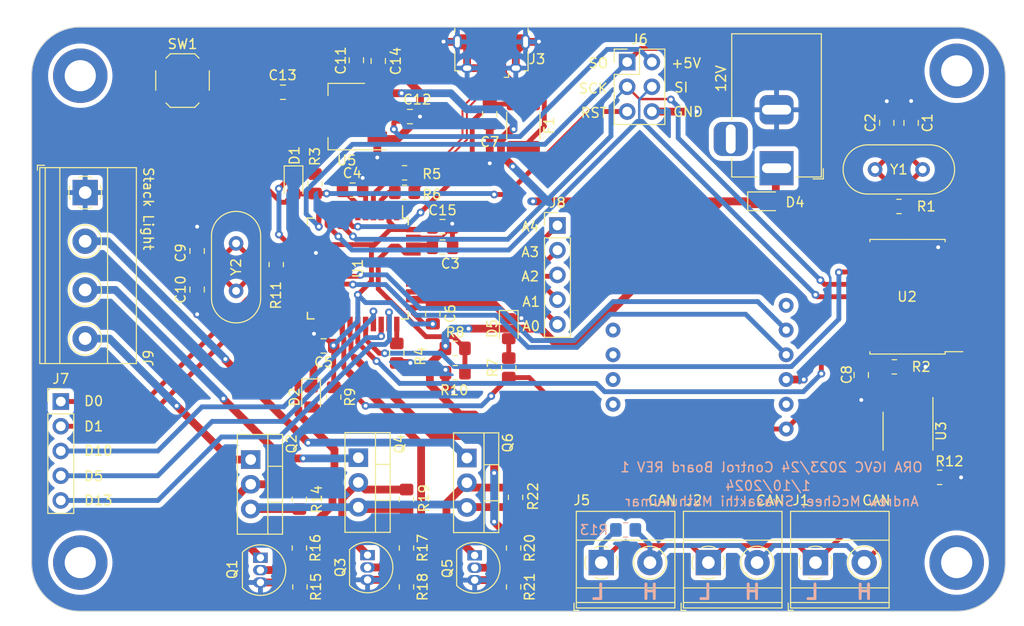
<source format=kicad_pcb>
(kicad_pcb (version 20221018) (generator pcbnew)
  (layers (0 "F.Cu" signal) (31 "B.Cu" signal) (34 "B.Paste" user) (35 "F.Paste" user) (36 "B.SilkS" user "B.Silkscreen") (37 "F.SilkS" user "F.Silkscreen") (38 "B.Mask" user) (39 "F.Mask" user) (44 "Edge.Cuts" user))
  (net 0 "")
  (net 2 "Net-(U1-UCAP)")
  (net 3 "Net-(D2-A)")
  (net 4 "RST")
  (net 5 "VBUS")
  (net 6 "Net-(Q1-D)")
  (net 7 "IMU_SCL")
  (net 8 "IMU_SDA")
  (net 10 "XTAL1")
  (net 11 "Net-(U1-~{HWB}{slash}PE2)")
  (net 12 "Net-(U1-AREF)")
  (net 13 "Net-(J3-VBUS)")
  (net 14 "Net-(D5-A)")
  (net 17 "Net-(Q1-G)")
  (net 18 "LED_R")
  (net 19 "Net-(Q3-D)")
  (net 30 "Net-(U3-Rs)")
  (net 31 "Net-(U2-TXCAN)")
  (net 32 "Net-(U2-RXCAN)")
  (net 33 "CAN_L")
  (net 34 "CAN_H")
  (net 35 "Net-(U2-OSC2)")
  (net 36 "Net-(U2-OSC1)")
  (net 37 "Net-(U2-~{RESET})")
  (net 38 "CAN_INT")
  (net 39 "CAN_SCK")
  (net 40 "CAN_SI")
  (net 41 "CAN_SO")
  (net 42 "CAN_CS")
  (net 43 "+5V")
  (net 44 "GND")
  (net 45 "XTAL2")
  (net 47 "D+")
  (net 48 "D-")
  (net 55 "(USB) D-")
  (net 56 "(USB) D+")
  (net 57 "PWRIN")
  (net 58 "Net-(D4-A)")
  (net 59 "Norm_Voltage")
  (net 60 "Net-(Q3-G)")
  (net 61 "LED_Y")
  (net 62 "Net-(Q5-D)")
  (net 63 "Net-(Q5-G)")
  (net 64 "LED_G")
  (net 65 "LEDPWR_R")
  (net 66 "LEDPWR_Y")
  (net 67 "LEDPWR_G")
  (net 68 "SS")
  (net 69 "D0")
  (net 70 "D1")
  (net 71 "D10")
  (net 72 "D5")
  (net 73 "D13")
  (net 74 "A0")
  (net 75 "A1")
  (net 76 "A2")
  (net 77 "A3")
  (net 78 "A4")
  (footprint "Package_QFP:TQFP-44_10x10mm_P0.8mm" (layer "F.Cu") (at 123.5 74.8 -90)
    (fp_text reference "U1")
    (fp_text value "ATmega32U4-A")
  )
  (footprint "Button_Switch_SMD:SW_SPST_TL3342" (layer "F.Cu") (at 105.5 55.5)
    (fp_text reference "SW1")
    (fp_text value "Reset")
  )
  (footprint "Package_TO_SOT_THT:TO-92_Inline" (layer "F.Cu") (at 124.5 104.23 -90)
    (fp_text reference "Q3")
    (fp_text value "BS170")
  )
  (footprint "Capacitor_SMD:C_0805_2012Metric_Pad1.18x1.45mm_HandSolder" (layer "F.Cu") (at 107 76.9625 -90)
    (fp_text reference "C10")
    (fp_text value "22uF")
  )
  (footprint "Package_TO_SOT_THT:TO-220-3_Vertical" (layer "F.Cu") (at 123.555 94.23 -90)
    (fp_text reference "Q4")
    (fp_text value "IRF9540N")
  )
  (footprint "MountingHole:MountingHole_3.2mm_M3_DIN965_Pad" (layer "F.Cu") (at 185 105)
    (fp_text reference "H1" hide)
    (fp_text value "MountingHole_Pad")
  )
  (footprint "Capacitor_SMD:C_0805_2012Metric_Pad1.18x1.45mm_HandSolder" (layer "F.Cu") (at 107 73 -90)
    (fp_text reference "C9")
    (fp_text value "22uF")
  )
  (footprint "Resistor_SMD:R_0805_2012Metric_Pad1.20x1.40mm_HandSolder" (layer "F.Cu") (at 117.5 103.5 -90)
    (fp_text reference "R16")
    (fp_text value "1k")
  )
  (footprint "Resistor_SMD:R_0805_2012Metric_Pad1.20x1.40mm_HandSolder" (layer "F.Cu") (at 115.125 74.4 -90)
    (fp_text reference "R11")
    (fp_text value "1M")
  )
  (footprint "MountingHole:MountingHole_3.2mm_M3_DIN965_Pad" (layer "F.Cu") (at 95 55)
    (fp_text reference "H3" hide)
    (fp_text value "MountingHole_Pad")
  )
  (footprint "LED_SMD:LED_0805_2012Metric_Pad1.15x1.40mm_HandSolder" (layer "F.Cu") (at 139 80.975 -90)
    (fp_text reference "D5")
    (fp_text value "IMU_LED")
  )
  (footprint "Package_TO_SOT_THT:TO-92_Inline" (layer "F.Cu") (at 135.5 104.26 -90)
    (fp_text reference "Q5")
    (fp_text value "BS170")
  )
  (footprint "MountingHole:MountingHole_3.2mm_M3_DIN965_Pad" (layer "F.Cu") (at 95 105)
    (fp_text reference "H2" hide)
    (fp_text value "MountingHole_Pad")
  )
  (footprint "Package_TO_SOT_SMD:SOT-223-3_TabPin2" (layer "F.Cu") (at 122.35 59.2 180)
    (fp_text reference "U5")
    (fp_text value "NCP1117-5.0_SOT223")
  )
  (footprint "Capacitor_SMD:C_0805_2012Metric_Pad1.18x1.45mm_HandSolder" (layer "F.Cu") (at 175.2 85.7375 -90)
    (fp_text reference "C8")
    (fp_text value "100nF")
  )
  (footprint "Resistor_SMD:R_0805_2012Metric_Pad1.20x1.40mm_HandSolder" (layer "F.Cu") (at 121.025 88 -90)
    (fp_text reference "R9")
    (fp_text value "470")
  )
  (footprint "Capacitor_SMD:C_0805_2012Metric_Pad1.18x1.45mm_HandSolder" (layer "F.Cu") (at 122.9625 66.75 180)
    (fp_text reference "C4")
    (fp_text value "1uF")
  )
  (footprint "TerminalBlock_Phoenix:TerminalBlock_Phoenix_MKDS-1,5-2_1x02_P5.00mm_Horizontal" (layer "F.Cu") (at 148.5 105)
    (fp_text reference "J5")
    (fp_text value "CAN")
  )
  (footprint "Resistor_SMD:R_0805_2012Metric_Pad1.20x1.40mm_HandSolder" (layer "F.Cu") (at 133.5 83)
    (fp_text reference "R8")
    (fp_text value "2.2k")
  )
  (footprint "Resistor_SMD:R_0805_2012Metric_Pad1.20x1.40mm_HandSolder" (layer "F.Cu") (at 128.5 107.5 -90)
    (fp_text reference "R18")
    (fp_text value "10k")
  )
  (footprint "Crystal:Crystal_HC49-4H_Vertical" (layer "F.Cu") (at 111 77.1 90)
    (fp_text reference "Y2")
    (fp_text value "16MHz")
  )
  (footprint "Connector_USB:USB_Micro-B_Amphenol_10118194_Horizontal" (layer "F.Cu") (at 137.225 52.825 180)
    (fp_text reference "J3")
    (fp_text value "USB_B_Micro")
  )
  (footprint "Capacitor_SMD:C_0805_2012Metric_Pad1.18x1.45mm_HandSolder" (layer "F.Cu") (at 137.05 58.95 -90)
    (fp_text reference "C7")
    (fp_text value "10uF")
  )
  (footprint "Resistor_SMD:R_0805_2012Metric_Pad1.20x1.40mm_HandSolder" (layer "F.Cu") (at 179.07 68.43 180)
    (fp_text reference "R1")
    (fp_text value "1M")
  )
  (footprint "Resistor_SMD:R_0805_2012Metric_Pad1.20x1.40mm_HandSolder" (layer "F.Cu") (at 139.7 98.3 90)
    (fp_text reference "R22")
    (fp_text value "10k")
  )
  (footprint "Custom_Parts:IMU_MOUNT" (layer "F.Cu") (at 148.44 97.63 90)
    (fp_text reference "U6" hide)
    (fp_text value "IMU_MOUNT")
  )
  (footprint "Connector_BarrelJack:BarrelJack_Horizontal" (layer "F.Cu") (at 166.5 64.5 -90)
    (fp_text reference "12V")
    (fp_text value "12V PW_IN")
  )
  (footprint "Package_TO_SOT_THT:TO-220-3_Vertical" (layer "F.Cu") (at 112.5 94.42 -90)
    (fp_text reference "Q2")
    (fp_text value "IRF9540N")
  )
  (footprint "Capacitor_SMD:C_0805_2012Metric_Pad1.18x1.45mm_HandSolder" (layer "F.Cu") (at 125.6 53.4875 -90)
    (fp_text reference "C14")
    (fp_text value "100nF")
  )
  (footprint "Resistor_SMD:R_0805_2012Metric_Pad1.20x1.40mm_HandSolder" (layer "F.Cu") (at 117.555 107.5 -90)
    (fp_text reference "R15")
    (fp_text value "10k")
  )
  (footprint "Resistor_SMD:R_0805_2012Metric_Pad1.20x1.40mm_HandSolder" (layer "F.Cu") (at 128.5 103.5 -90)
    (fp_text reference "R17")
    (fp_text value "1k")
  )
  (footprint "Package_TO_SOT_THT:TO-92_Inline" (layer "F.Cu") (at 113.5 104.5 -90)
    (fp_text reference "Q1")
    (fp_text value "BS170")
  )
  (footprint "Resistor_SMD:R_0805_2012Metric_Pad1.20x1.40mm_HandSolder" (layer "F.Cu") (at 128.3 64.975 180)
    (fp_text reference "R5")
    (fp_text value "22")
  )
  (footprint "Crystal:Crystal_HC49-4H_Vertical" (layer "F.Cu") (at 176.62 64.63)
    (fp_text reference "Y1")
    (fp_text value "8Mhz")
  )
  (footprint "Resistor_SMD:R_0805_2012Metric_Pad1.20x1.40mm_HandSolder" (layer "F.Cu") (at 128.5 98.5 90)
    (fp_text reference "R19")
    (fp_text value "10k")
  )
  (footprint "Diode_SMD:D_0805_2012Metric_Pad1.15x1.40mm_HandSolder" (layer "F.Cu") (at 165.4 67.9)
    (fp_text reference "D4")
    (fp_text value "PWRIN")
  )
  (footprint "Fuse:Fuse_1812_4532Metric_Pad1.30x3.40mm_HandSolder" (layer "F.Cu") (at 140.5 60.125 -90)
    (fp_text reference "F1")
    (fp_text value "MF-MSMF050-2")
  )
  (footprint "MountingHole:MountingHole_3.2mm_M3_DIN965_Pad" (layer "F.Cu") (at 185 54.5)
    (fp_text reference "H4" hide)
    (fp_text value "MountingHole_Pad")
  )
  (footprint "Resistor_SMD:R_0805_2012Metric_Pad1.20x1.40mm_HandSolder" (layer "F.Cu") (at 117.5 98.5 90)
    (fp_text reference "R14")
    (fp_text value "10k")
  )
  (footprint "Package_SO:SOIC-8_3.9x4.9mm_P1.27mm" (layer "F.Cu") (at 180 91.5 -90)
    (fp_text reference "U3")
    (fp_text value "MCP2551-I-SN")
  )
  (footprint "Resistor_SMD:R_0805_2012Metric_Pad1.20x1.40mm_HandSolder" (layer "F.Cu") (at 119.1 66.1 90)
    (fp_text reference "R3")
    (fp_text value "10k")
  )
  (footprint "Connector_PinHeader_2.54mm:PinHeader_2x03_P2.54mm_Vertical" (layer "F.Cu") (at 151.16 53.6)
    (fp_text reference "J6")
    (fp_text value "Conn_02x03_Top_Bottom")
  )
  (footprint "Capacitor_SMD:C_0805_2012Metric_Pad1.18x1.45mm_HandSolder" (layer "F.Cu") (at 177.82 59.8425 90)
    (fp_text reference "C2")
    (fp_text value "22uF")
  )
  (footprint "Resistor_SMD:R_0805_2012Metric_Pad1.20x1.40mm_HandSolder" (layer "F.Cu") (at 139.5 107.5 -90)
    (fp_text reference "R21")
    (fp_text value "10k")
  )
  (footprint "Capacitor_SMD:C_0805_2012Metric_Pad1.18x1.45mm_HandSolder" (layer "F.Cu") (at 119.9875 82.75 180)
    (fp_text reference "C5")
    (fp_text value "100nF")
  )
  (footprint "Capacitor_SMD:C_0805_2012Metric_Pad1.18x1.45mm_HandSolder" (layer "F.Cu") (at 180.32 59.8425 -90)
    (fp_text reference "C1")
    (fp_text value "22uF")
  )
  (footprint "TerminalBlock_Phoenix:TerminalBlock_Phoenix_MKDS-1,5-2_1x02_P5.00mm_Horizontal" (layer "F.Cu") (at 159.5 105)
    (fp_text reference "J2")
    (fp_text value "CAN")
  )
  (footprint "Capacitor_SMD:C_0805_2012Metric_Pad1.18x1.45mm_HandSolder" (layer "F.Cu") (at 123.35 53.4125 -90)
    (fp_text reference "C11")
    (fp_text value "10nF")
  )
  (footprint "TerminalBlock_Phoenix:TerminalBlock_Phoenix_MKDS-1,5-2_1x02_P5.00mm_Horizontal" (layer "F.Cu") (at 170.5 105)
    (fp_text reference "J1")
    (fp_text value "CAN")
  )
  (footprint "Capacitor_SMD:C_0805_2012Metric_Pad1.18x1.45mm_HandSolder" (layer "F.Cu") (at 115.8125 56.7 180)
    (fp_text reference "C13")
    (fp_text value "22uF")
  )
  (footprint "Capacitor_SMD:C_0805_2012Metric_Pad1.18x1.45mm_HandSolder" (layer "F.Cu") (at 132.2 70.5)
    (fp_text reference "C15")
    (fp_text value "1uF")
  )
  (footprint "Capacitor_SMD:C_0805_2012Metric_Pad1.18x1.45mm_HandSolder" (layer "F.Cu") (at 131.2 79.4375 90)
    (fp_text reference "C6")
    (fp_text value "100nF")
  )
  (footprint "LED_SMD:LED_0805_2012Metric_Pad1.15x1.40mm_HandSolder" (layer "F.Cu") (at 118.7 88 -90)
    (fp_text reference "D2")
    (fp_text value "LED_Small")
  )
  (footprint "Capacitor_SMD:C_0805_2012Metric_Pad1.18x1.45mm_HandSolder" (layer "F.Cu") (at 128.85 59.2 180)
    (fp_text reference "C12")
    (fp_text value "100uF")
  )
  (footprint "Capacitor_SMD:C_0805_2012Metric_Pad1.18x1.45mm_HandSolder" (layer "F.Cu") (at 132.2 72.6 180)
    (fp_text reference "C3")
    (fp_text value "100nF")
  )
  (footprint "Connector_PinHeader_2.54mm:PinHeader_1x05_P2.54mm_Vertical" (layer "F.Cu") (at 144 70.38)
    (fp_text reference "J8")
    (fp_text value "Conn_01x05_Pin")
  )
  (footprint "Resistor_SMD:R_0805_2012Metric_Pad1.20x1.40mm_HandSolder" (layer "F.Cu") (at 178.6 84.9 180)
    (fp_text reference "R2")
    (fp_text value "10k")
  )
  (footprint "Resistor_SMD:R_0805_2012Metric_Pad1.20x1.40mm_HandSolder" (layer "F.Cu") (at 139.5 103.5 -90)
    (fp_text reference "R20")
    (fp_text value "1k")
  )
  (footprint "Resistor_SMD:R_0805_2012Metric_Pad1.20x1.40mm_HandSolder" (layer "F.Cu") (at 183.25 96.25)
    (fp_text reference "R12")
    (fp_text value "10k")
  )
  (footprint "Diode_SMD:D_0805_2012Metric_Pad1.15x1.40mm_HandSolder" (layer "F.Cu") (at 116.9 66.125 -90)
    (fp_text reference "D1")
    (fp_text value "rst")
  )
  (footprint "Resistor_SMD:R_0805_2012Metric_Pad1.20x1.40mm_HandSolder" (layer "F.Cu") (at 128.3 66.975)
    (fp_text reference "R6")
    (fp_text value "22")
  )
  (footprint "TerminalBlock_Phoenix:TerminalBlock_Phoenix_MKDS-1,5-4_1x04_P5.00mm_Horizontal" (layer "F.Cu") (at 95.5 67 -90)
    (fp_text reference "J9")
    (fp_text value "Stack Light")
  )
  (footprint "Resistor_SMD:R_0805_2012Metric_Pad1.20x1.40mm_HandSolder" (layer "F.Cu") (at 127.5 83.5 -90)
    (fp_text reference "R4")
    (fp_text value "10k")
  )
  (footprint "Resistor_SMD:R_0805_2012Metric_Pad1.20x1.40mm_HandSolder" (layer "F.Cu") (at 133.5 85.5)
    (fp_text reference "R10")
    (fp_text value "1.57k")
  )
  (footprint "Resistor_SMD:R_0805_2012Metric_Pad1.20x1.40mm_HandSolder" (layer "F.Cu") (at 139 85 90)
    (fp_text reference "R7")
    (fp_text value "470")
  )
  (footprint "Package_SO:SOIC-18W_7.5x11.6mm_P1.27mm" (layer "F.Cu") (at 179.95 77.7 180)
    (fp_text reference "U2")
    (fp_text value "MCP2515-xSO")
  )
  (footprint "Connector_PinHeader_2.54mm:PinHeader_1x05_P2.54mm_Vertical" (layer "F.Cu") (at 93 88.46)
    (fp_text reference "J7")
    (fp_text value "Conn_01x05_Pin")
  )
  (footprint "Package_TO_SOT_THT:TO-220-3_Vertical" (layer "F.Cu") (at 134.7 94.26 -90)
    (fp_text reference "Q6")
    (fp_text value "IRF9540N")
  )
  (footprint "Resistor_SMD:R_0805_2012Metric_Pad1.20x1.40mm_HandSolder" (layer "B.Cu") (at 151 101.645 180)
    (fp_text reference "R13")
    (fp_text value "120")
  )
  (gr_arc (start 95 110) (mid 91.464466 108.535534) (end 90 105) (stroke (width 0.1)) (layer "Edge.Cuts"))
  (gr_arc (start 90 55) (mid 91.464466 51.464466) (end 95 50) (stroke (width 0.1)) (layer "Edge.Cuts"))
  (gr_line (start 190 105) (end 190 55) (stroke (width 0.1)) (layer "Edge.Cuts"))
  (gr_line (start 185 50) (end 95 50) (stroke (width 0.1)) (layer "Edge.Cuts"))
  (gr_line (start 90 55) (end 90 105) (stroke (width 0.1)) (layer "Edge.Cuts"))
  (gr_arc (start 190 105) (mid 188.535534 108.535534) (end 185 110) (stroke (width 0.1)) (layer "Edge.Cuts"))
  (gr_arc (start 185 50) (mid 188.535534 51.464466) (end 190 55) (stroke (width 0.1)) (layer "Edge.Cuts"))
  (gr_line (start 95 110) (end 185 110) (stroke (width 0.1)) (layer "Edge.Cuts"))
  (gr_text "ORA IGVC 2023/24 Control Board REV 1" (at 181.6 95.8) (layer "B.SilkS") (effects (font (size 1 1)) (justify left bottom mirror)))
  (gr_text "L\n" (at 160 108.895) (layer "B.SilkS") (effects (font (size 1.5 1.5) (thickness 0.3) bold) (justify left bottom mirror)))
  (gr_text "L\n" (at 171 108.895) (layer "B.SilkS") (effects (font (size 1.5 1.5) (thickness 0.3) bold) (justify left bottom mirror)))
  (gr_text "H\n" (at 165 108.895) (layer "B.SilkS") (effects (font (size 1.5 1.5) (thickness 0.3) bold) (justify left bottom mirror)))
  (gr_text "H\n" (at 154.5 108.895) (layer "B.SilkS") (effects (font (size 1.5 1.5) (thickness 0.3) bold) (justify left bottom mirror)))
  (gr_text "Andrew McGhee, Sivasakthi Muthukumar" (at 181.2 99.3) (layer "B.SilkS") (effects (font (size 1 1)) (justify left bottom mirror)))
  (gr_text "H\n" (at 176.5 108.895) (layer "B.SilkS") (effects (font (size 1.5 1.5) (thickness 0.3) bold) (justify left bottom mirror)))
  (gr_text "1/10/2024\n" (at 170.1 97.7) (layer "B.SilkS") (effects (font (size 1 1)) (justify left bottom mirror)))
  (gr_text "L\n" (at 149 108.895) (layer "B.SilkS") (effects (font (size 1.5 1.5) (thickness 0.3) bold) (justify left bottom mirror)))
  (gr_text "D10" (at 95.3 94.1) (layer "F.SilkS") (effects (font (size 1 1)) (justify left bottom)))
  (gr_text "A4" (at 140.2 71.1) (layer "F.SilkS") (effects (font (size 1 1)) (justify left bottom)))
  (gr_text "A1" (at 140.3 78.8) (layer "F.SilkS") (effects (font (size 1 1)) (justify left bottom)))
  (gr_text "A2" (at 140.2 76.2) (layer "F.SilkS") (effects (font (size 1 1)) (justify left bottom)))
  (gr_text "SO" (at 147.1 54.3) (layer "F.SilkS") (effects (font (size 1 1)) (justify left bottom)))
  (gr_text "A0" (at 140.3 81.3) (layer "F.SilkS") (effects (font (size 1 1)) (justify left bottom)))
  (gr_text "GND" (at 155.8 59.3) (layer "F.SilkS") (effects (font (size 1 1)) (justify left bottom)))
  (gr_text "D1" (at 95.3 91.6) (layer "F.SilkS") (effects (font (size 1 1)) (justify left bottom)))
  (gr_text "D13" (at 95.3 99.2) (layer "F.SilkS") (effects (font (size 1 1)) (justify left bottom)))
  (gr_text "RST" (at 146.3 59.4) (layer "F.SilkS") (effects (font (size 1 1)) (justify left bottom)))
  (gr_text "D0" (at 95.3 89) (layer "F.SilkS") (effects (font (size 1 1)) (justify left bottom)))
  (gr_text "Stack Light" (at 101.4 64.3 -90) (layer "F.SilkS") (effects (font (size 1 1)) (justify left bottom)))
  (gr_text "D5" (at 95.3 96.7) (layer "F.SilkS") (effects (font (size 1 1)) (justify left bottom)))
  (gr_text "A3" (at 140.2 73.7) (layer "F.SilkS") (effects (font (size 1 1)) (justify left bottom)))
  (gr_text "CAN" (at 175.2 99.2) (layer "F.SilkS") (effects (font (size 1 1)) (justify left bottom)))
  (gr_text "CAN" (at 153.2 99.2) (layer "F.SilkS") (effects (font (size 1 1)) (justify left bottom)))
  (gr_text "+5V" (at 155.6 54.3) (layer "F.SilkS") (effects (font (size 1 1)) (justify left bottom)))
  (gr_text "SCK" (at 146.1 56.9) (layer "F.SilkS") (effects (font (size 1 1)) (justify left bottom)))
  (gr_text "SI\n" (at 155.9 56.8) (layer "F.SilkS") (effects (font (size 1 1)) (justify left bottom)))
  (gr_text "CAN" (at 164.3 99.2) (layer "F.SilkS") (effects (font (size 1 1)) (justify left bottom)))
  (segment (start 123.5 69.1) (end 123.5 68.238604) (width 0.5) (layer "F.Cu") (net 2))
  (segment (start 122.011396 66.75) (end 121.925 66.75) (width 0.5) (layer "F.Cu") (net 2))
  (segment (start 123.5 68.238604) (end 122.011396 66.75) (width 0.5) (layer "F.Cu") (net 2))
  (segment (start 121 89.025) (end 121.025 89) (width 0.5) (layer "F.Cu") (net 3))
  (segment (start 118.7 89.025) (end 121 89.025) (width 0.5) (layer "F.Cu") (net 3))
  (segment (start 116.6 68) (end 116.6 71.261396) (width 0.5) (layer "F.Cu") (net 4))
  (segment (start 108.65 57.4) (end 108.65 61.052082) (width 0.5) (layer "F.Cu") (net 4))
  (segment (start 116.938604 71.6) (end 117.8 71.6) (width 0.5) (layer "F.Cu") (net 4))
  (segment (start 119.05 67.15) (end 119.1 67.1) (width 0.5) (layer "F.Cu") (net 4))
  (segment (start 138.8 67.2) (end 147.32 58.68) (width 0.5) (layer "F.Cu") (net 4))
  (segment (start 116.25 67.8) (end 116.9 67.15) (width 0.5) (layer "F.Cu") (net 4))
  (segment (start 116.9 67.15) (end 119.05 67.15) (width 0.5) (layer "F.Cu") (net 4))
  (segment (start 147.32 58.68) (end 151.16 58.68) (width 0.5) (layer "F.Cu") (net 4))
  (segment (start 116.9 67.15) (end 116.6 67.45) (width 0.5) (layer "F.Cu") (net 4))
  (segment (start 137.5 67.2) (end 138.8 67.2) (width 0.5) (layer "F.Cu") (net 4))
  (segment (start 119.1 67.1) (end 120.3 67.1) (width 0.5) (layer "F.Cu") (net 4))
  (segment (start 116.6 67.45) (end 116.6 68) (width 0.5) (layer "F.Cu") (net 4))
  (segment (start 108.65 61.052082) (end 115.597918 68) (width 0.5) (layer "F.Cu") (net 4))
  (segment (start 102.35 57.4) (end 108.65 57.4) (width 0.5) (layer "F.Cu") (net 4))
  (segment (start 116.6 71.261396) (end 116.938604 71.6) (width 0.5) (layer "F.Cu") (net 4))
  (segment (start 115.597918 68) (end 116.6 68) (width 0.5) (layer "F.Cu") (net 4))
  (via (at 137.5 67.2) (size 0.8) (drill 0.4) (layers "F.Cu" "B.Cu") (net 4))
  (via (at 120.3 67.1) (size 0.8) (drill 0.4) (layers "F.Cu" "B.Cu") (net 4))
  (segment (start 137.5 67.2) (end 137.4 67.1) (width 0.5) (layer "B.Cu") (net 4))
  (segment (start 137.4 67.1) (end 120.3 67.1) (width 0.5) (layer "B.Cu") (net 4))
  (segment (start 137.05 57.9125) (end 140.4875 57.9125) (width 0.5) (layer "F.Cu") (net 5))
  (segment (start 140.4875 57.9125) (end 140.5 57.9) (width 0.5) (layer "F.Cu") (net 5))
  (segment (start 129.95 69.05) (end 135.25 63.75) (width 0.5) (layer "F.Cu") (net 5))
  (segment (start 135.25 59.7125) (end 137.05 57.9125) (width 0.5) (layer "F.Cu") (net 5))
  (segment (start 122.7 70.2) (end 123 70.5) (width 0.5) (layer "F.Cu") (net 5))
  (segment (start 122.7 69.1) (end 122.7 70.2) (width 0.5) (layer "F.Cu") (net 5))
  (segment (start 135.25 63.75) (end 135.25 59.7125) (width 0.5) (layer "F.Cu") (net 5))
  (segment (start 123 70.5) (end 123.5 70.5) (width 0.5) (layer "F.Cu") (net 5))
  (via (at 123.5 70.5) (size 0.8) (drill 0.4) (layers "F.Cu" "B.Cu") (net 5))
  (via (at 129.95 69.05) (size 0.8) (drill 0.4) (layers "F.Cu" "B.Cu") (net 5))
  (segment (start 128.5 70.5) (end 123.5 70.5) (width 0.5) (layer "B.Cu") (net 5))
  (segment (start 129.95 69.05) (end 128.5 70.5) (width 0.5) (layer "B.Cu") (net 5))
  (segment (start 112.5 96.96) (end 112.34 96.96) (width 0.8) (layer "F.Cu") (net 6))
  (segment (start 112.5 96.96) (end 116.96 96.96) (width 0.8) (layer "F.Cu") (net 6))
  (segment (start 112.34 96.96) (end 110.2 99.1) (width 0.8) (layer "F.Cu") (net 6))
  (segment (start 110.2 101.2) (end 113.5 104.5) (width 0.8) (layer "F.Cu") (net 6))
  (segment (start 116.96 96.96) (end 117.5 97.5) (width 0.8) (layer "F.Cu") (net 6))
  (segment (start 110.2 99.1) (end 110.2 101.2) (width 0.8) (layer "F.Cu") (net 6))
  (segment (start 123.8 75.449997) (end 123.649997 75.6) (width 0.5) (layer "F.Cu") (net 7))
  (segment (start 123.649997 75.6) (end 117.8 75.6) (width 0.5) (layer "F.Cu") (net 7))
  (via (at 123.8 75.449997) (size 0.8) (drill 0.4) (layers "F.Cu" "B.Cu") (net 7))
  (segment (start 145.71005 82.2) (end 149.71005 78.2) (width 0.5) (layer "B.Cu") (net 7))
  (segment (start 149.71005 78.2) (end 164.57 78.2) (width 0.5) (layer "B.Cu") (net 7))
  (segment (start 123.8 75.449997) (end 126.449997 75.449997) (width 0.5) (layer "B.Cu") (net 7))
  (segment (start 164.57 78.2) (end 167.49 81.12) (width 0.5) (layer "B.Cu") (net 7))
  (segment (start 126.449997 75.449997) (end 129.9 78.9) (width 0.5) (layer "B.Cu") (net 7))
  (segment (start 141.397918 82.2) (end 145.71005 82.2) (width 0.5) (layer "B.Cu") (net 7))
  (segment (start 129.9 78.9) (end 138.097918 78.9) (width 0.5) (layer "B.Cu") (net 7))
  (segment (start 138.097918 78.9) (end 141.397918 82.2) (width 0.5) (layer "B.Cu") (net 7))
  (segment (start 122.9505 76.4) (end 117.8 76.4) (width 0.5) (layer "F.Cu") (net 8))
  (segment (start 123 76.4495) (end 122.9505 76.4) (width 0.5) (layer "F.Cu") (net 8))
  (via (at 123 76.4495) (size 0.8) (drill 0.4) (layers "F.Cu" "B.Cu") (net 8))
  (segment (start 163.33 79.5) (end 167.49 83.66) (width 0.5) (layer "B.Cu") (net 8))
  (segment (start 123 76.4495) (end 126.3495 76.4495) (width 0.5) (layer "B.Cu") (net 8))
  (segment (start 141 82.9) (end 146 82.9) (width 0.5) (layer "B.Cu") (net 8))
  (segment (start 149.4 79.5) (end 163.33 79.5) (width 0.5) (layer "B.Cu") (net 8))
  (segment (start 129.5 79.6) (end 137.7 79.6) (width 0.5) (layer "B.Cu") (net 8))
  (segment (start 137.7 79.6) (end 141 82.9) (width 0.5) (layer "B.Cu") (net 8))
  (segment (start 126.3495 76.4495) (end 129.5 79.6) (width 0.5) (layer "B.Cu") (net 8))
  (segment (start 146 82.9) (end 149.4 79.5) (width 0.5) (layer "B.Cu") (net 8))
  (segment (start 112.7 75.4) (end 111 77.1) (width 0.5) (layer "F.Cu") (net 10))
  (segment (start 115.125 75.4) (end 112.7 75.4) (width 0.5) (layer "F.Cu") (net 10))
  (segment (start 115.725 74.8) (end 117.8 74.8) (width 0.5) (layer "F.Cu") (net 10))
  (segment (start 115.125 75.4) (end 115.725 74.8) (width 0.5) (layer "F.Cu") (net 10))
  (segment (start 109.775 75.875) (end 111 77.1) (width 0.5) (layer "F.Cu") (net 10))
  (segment (start 107.275 75.875) (end 109.775 75.875) (width 0.5) (layer "F.Cu") (net 10))
  (segment (start 127.5 82.5) (end 127.5 80.5) (width 0.5) (layer "F.Cu") (net 11))
  (segment (start 131.0625 72.4) (end 129.2 72.4) (width 0.5) (layer "F.Cu") (net 12))
  (segment (start 131.1625 72.5) (end 131.0625 72.4) (width 0.5) (layer "F.Cu") (net 12))
  (segment (start 138.525 54.225) (end 138.525 54.743413) (width 0.25) (layer "F.Cu") (net 13))
  (segment (start 142.65 60.2) (end 142.65 57.15) (width 0.5) (layer "F.Cu") (net 13))
  (segment (start 138.575 54.775) (end 138.575 54.225) (width 0.5) (layer "F.Cu") (net 13))
  (segment (start 139.85 56.05) (end 138.575 54.775) (width 0.5) (layer "F.Cu") (net 13))
  (segment (start 142.65 57.15) (end 141.55 56.05) (width 0.5) (layer "F.Cu") (net 13))
  (segment (start 141.55 56.05) (end 139.85 56.05) (width 0.5) (layer "F.Cu") (net 13))
  (segment (start 140.5 62.35) (end 142.65 60.2) (width 0.5) (layer "F.Cu") (net 13))
  (segment (start 139 82) (end 139 84) (width 0.5) (layer "F.Cu") (net 14))
  (segment (start 117.5 106.445) (end 117.555 106.5) (width 0.8) (layer "F.Cu") (net 17))
  (segment (start 113.5 105.77) (end 116.825 105.77) (width 0.8) (layer "F.Cu") (net 17))
  (segment (start 116.825 105.77) (end 117.555 106.5) (width 0.8) (layer "F.Cu") (net 17))
  (segment (start 117.5 104.5) (end 117.5 106.445) (width 0.8) (layer "F.Cu") (net 17))
  (segment (start 104.9 88.9) (end 110.42 94.42) (width 0.8) (layer "F.Cu") (net 18))
  (segment (start 110.42 94.42) (end 112.5 94.42) (width 0.8) (layer "F.Cu") (net 18))
  (via (at 104.9 88.9) (size 0.8) (drill 0.4) (layers "F.Cu" "B.Cu") (net 18))
  (segment (start 95.6 82.9) (end 95.5 82.8) (width 0.8) (layer "B.Cu") (net 18))
  (segment (start 95.5 82) (end 95.5 82.8) (width 0.8) (layer "B.Cu") (net 18))
  (segment (start 98 82) (end 104.9 88.9) (width 0.8) (layer "B.Cu") (net 18))
  (segment (start 95.5 82) (end 98 82) (width 0.8) (layer "B.Cu") (net 18))
  (segment (start 124.285 97.5) (end 123.555 96.77) (width 0.8) (layer "F.Cu") (net 19))
  (segment (start 121.9 101.63) (end 124.5 104.23) (width 0.8) (layer "F.Cu") (net 19))
  (segment (start 123.555 96.77) (end 121.9 98.425) (width 0.8) (layer "F.Cu") (net 19))
  (segment (start 128.5 97.5) (end 124.285 97.5) (width 0.8) (layer "F.Cu") (net 19))
  (segment (start 121.9 98.425) (end 121.9 101.63) (width 0.8) (layer "F.Cu") (net 19))
  (segment (start 181.905 93.975) (end 181.905 95.905) (width 0.5) (layer "F.Cu") (net 30))
  (segment (start 181.905 95.905) (end 182.25 96.25) (width 0.5) (layer "F.Cu") (net 30))
  (segment (start 181.905 89.025) (end 184.6 86.33) (width 0.5) (layer "F.Cu") (net 31))
  (segment (start 184.6 86.33) (end 184.6 82.78) (width 0.5) (layer "F.Cu") (net 31))
  (segment (start 187.3 85.7) (end 187.3 83.2) (width 0.5) (layer "F.Cu") (net 32))
  (segment (start 182.55 90.45) (end 187.3 85.7) (width 0.5) (layer "F.Cu") (net 32))
  (segment (start 187.3 83.2) (end 185.61 81.51) (width 0.5) (layer "F.Cu") (net 32))
  (segment (start 185.61 81.51) (end 184.6 81.51) (width 0.5) (layer "F.Cu") (net 32))
  (segment (start 178.095 89.025) (end 178.095 90) (width 0.5) (layer "F.Cu") (net 32))
  (segment (start 178.545 90.45) (end 182.55 90.45) (width 0.5) (layer "F.Cu") (net 32))
  (segment (start 178.095 90) (end 178.545 90.45) (width 0.5) (layer "F.Cu") (net 32))
  (segment (start 179.365 96.135) (end 179.365 93.975) (width 0.5) (layer "F.Cu") (net 33))
  (segment (start 157.75 103.25) (end 159.5 105) (width 0.5) (layer "F.Cu") (net 33))
  (segment (start 159.5 105) (end 161.25 103.25) (width 0.5) (layer "F.Cu") (net 33))
  (segment (start 170.5 105) (end 179.365 96.135) (width 0.5) (layer "F.Cu") (net 33))
  (segment (start 148.5 105) (end 150.25 103.25) (width 0.5) (layer "F.Cu") (net 33))
  (segment (start 168.75 103.25) (end 170.5 105) (width 0.5) (layer "F.Cu") (net 33))
  (segment (start 150.25 103.25) (end 157.75 103.25) (width 0.5) (layer "F.Cu") (net 33))
  (segment (start 161.25 103.25) (end 168.75 103.25) (width 0.5) (layer "F.Cu") (net 33))
  (segment (start 148.5 105) (end 148.5 103.145) (width 0.5) (layer "B.Cu") (net 33))
  (segment (start 148.5 103.145) (end 150 101.645) (width 0.5) (layer "B.Cu") (net 33))
  (segment (start 180.635 99.865) (end 175.5 105) (width 0.5) (layer "F.Cu") (net 34))
  (segment (start 180.635 93.975) (end 180.635 99.865) (width 0.5) (layer "F.Cu") (net 34))
  (segment (start 155.25 103.25) (end 162.75 103.25) (width 0.5) (layer "B.Cu") (net 34))
  (segment (start 162.75 103.25) (end 164.5 105) (width 0.5) (layer "B.Cu") (net 34))
  (segment (start 166.25 103.25) (end 173.75 103.25) (width 0.5) (layer "B.Cu") (net 34))
  (segment (start 173.75 103.25) (end 175.5 105) (width 0.5) (layer "B.Cu") (net 34))
  (segment (start 153.5 105) (end 153.5 103.145) (width 0.5) (layer "B.Cu") (net 34))
  (segment (start 164.5 105) (end 166.25 103.25) (width 0.5) (layer "B.Cu") (net 34))
  (segment (start 153.5 105) (end 155.25 103.25) (width 0.5) (layer "B.Cu") (net 34))
  (segment (start 153.5 103.145) (end 152 101.645) (width 0.5) (layer "B.Cu") (net 34))
  (segment (start 180.32 60.88) (end 180.32 63.45) (width 0.5) (layer "F.Cu") (net 35))
  (segment (start 180.32 63.45) (end 181.5 64.63) (width 0.5) (layer "F.Cu") (net 35))
  (segment (start 182.33 68.43) (end 180.07 68.43) (width 0.5) (layer "F.Cu") (net 35))
  (segment (start 185.625 75.16) (end 186.075 74.71) (width 0.5) (layer "F.Cu") (net 35))
  (segment (start 186.075 74.71) (end 186.075 72.175) (width 0.5) (layer "F.Cu") (net 35))
  (segment (start 180.07 66.06) (end 181.5 64.63) (width 0.5) (layer "F.Cu") (net 35))
  (segment (start 180.07 68.43) (end 180.07 66.06) (width 0.5) (layer "F.Cu") (net 35))
  (segment (start 184.6 75.16) (end 185.625 75.16) (width 0.5) (layer "F.Cu") (net 35))
  (segment (start 186.075 72.175) (end 182.33 68.43) (width 0.5) (layer "F.Cu") (net 35))
  (segment (start 178.07 68.43) (end 178.07 66.08) (width 0.5) (layer "F.Cu") (net 36))
  (segment (start 178.07 70.47) (end 178.07 68.43) (width 0.5) (layer "F.Cu") (net 36))
  (segment (start 177.82 60.88) (end 177.82 63.43) (width 0.5) (layer "F.Cu") (net 36))
  (segment (start 178.07 66.08) (end 176.62 64.63) (width 0.5) (layer "F.Cu") (net 36))
  (segment (start 177.82 63.43) (end 176.62 64.63) (width 0.5) (layer "F.Cu") (net 36))
  (segment (start 181.49 73.89) (end 178.07 70.47) (width 0.5) (layer "F.Cu") (net 36))
  (segment (start 184.6 73.89) (end 181.49 73.89) (width 0.5) (layer "F.Cu") (net 36))
  (segment (start 177.6 84.9) (end 177.6 82.785) (width 0.5) (layer "F.Cu") (net 37))
  (segment (start 177.6 82.785) (end 176.325 81.51) (width 0.5) (layer "F.Cu") (net 37))
  (segment (start 176.325 81.51) (end 175.3 81.51) (width 0.5) (layer "F.Cu") (net 37))
  (segment (start 126.273111 83.5) (end 125.7 83.5) (width 0.5) (layer "F.Cu") (net 38))
  (segment (start 125.7 83.5) (end 124.3 82.1) (width 0.5) (layer "F.Cu") (net 38))
  (segment (start 124.3 82.1) (end 124.3 80.5) (width 0.5) (layer "F.Cu") (net 38))
  (segment (start 172.94 75.16) (end 172.9 75.2) (width 0.5) (layer "F.Cu") (net 38))
  (segment (start 175.3 75.16) (end 172.94 75.16) (width 0.5) (layer "F.Cu") (net 38))
  (via (at 172.9 75.2) (size 0.8) (drill 0.4) (layers "F.Cu" "B.Cu") (net 38))
  (via (at 126.273111 83.5) (size 0.8) (drill 0.4) (layers "F.Cu" "B.Cu") (net 38))
  (segment (start 126.273111 83.5) (end 132.047418 83.5) (width 0.5) (layer "B.Cu") (net 38))
  (segment (start 133.419418 84.872) (end 168.028 84.872) (width 0.5) (layer "B.Cu") (net 38))
  (segment (start 172.9 80) (end 172.9 75.2) (width 0.5) (layer "B.Cu") (net 38))
  (segment (start 168.028 84.872) (end 172.9 80) (width 0.5) (layer "B.Cu") (net 38))
  (segment (start 132.047418 83.5) (end 133.419418 84.872) (width 0.5) (layer "B.Cu") (net 38))
  (segment (start 155.65 57.45) (end 155.6 57.4) (width 0.25) (layer "F.Cu") (net 39))
  (segment (start 175.3 76.43) (end 171.43 76.43) (width 0.5) (layer "F.Cu") (net 39))
  (segment (start 122 70.5) (end 123 71.5) (width 0.5) (layer "F.Cu") (net 39))
  (segment (start 121.1 69.1) (end 121.1 69.961396) (width 0.5) (layer "F.Cu") (net 39))
  (segment (start 155.6 57.4) (end 152.42 57.4) (width 0.25) (layer "F.Cu") (net 39))
  (segment (start 121.638604 70.5) (end 122 70.5) (width 0.5) (layer "F.Cu") (net 39))
  (segment (start 121.1 69.961396) (end 121.638604 70.5) (width 0.5) (layer "F.Cu") (net 39))
  (segment (start 152.42 57.4) (end 151.16 56.14) (width 0.25) (layer "F.Cu") (net 39))
  (segment (start 171.43 76.43) (end 171 76) (width 0.5) (layer "F.Cu") (net 39))
  (via (at 123 71.5) (size 0.8) (drill 0.4) (layers "F.Cu" "B.Cu") (net 39))
  (via (at 171 76) (size 0.8) (drill 0.4) (layers "F.Cu" "B.Cu") (net 39))
  (via (at 155.65 57.45) (size 0.8) (drill 0.4) (layers "F.Cu" "B.Cu") (net 39))
  (segment (start 151.16 56.14) (end 150.14 57.16) (width 0.25) (layer "B.Cu") (net 39))
  (segment (start 123 71.5) (end 123.3 71.8) (width 0.5) (layer "B.Cu") (net 39))
  (segment (start 150.14 57.16) (end 150.14 57.54317) (width 0.25) (layer "B.Cu") (net 39))
  (segment (start 156.4 58.2) (end 156.4 61.4) (width 0.5) (layer "B.Cu") (net 39))
  (segment (start 149.5 61.2) (end 149.5 58.18317) (width 0.5) (layer "B.Cu") (net 39))
  (segment (start 138.9 71.8) (end 149.5 61.2) (width 0.5) (layer "B.Cu") (net 39))
  (segment (start 149.5 58.18317) (end 150.14 57.54317) (width 0.5) (layer "B.Cu") (net 39))
  (segment (start 155.65 57.45) (end 156.4 58.2) (width 0.5) (layer "B.Cu") (net 39))
  (segment (start 156.4 61.4) (end 171 76) (width 0.5) (layer "B.Cu") (net 39))
  (segment (start 123.3 71.8) (end 138.9 71.8) (width 0.5) (layer "B.Cu") (net 39))
  (segment (start 121.5 71.5) (end 120.35 70.35) (width 0.5) (layer "F.Cu") (net 40))
  (segment (start 175.3 77.7) (end 170.7 77.7) (width 0.5) (layer "F.Cu") (net 40))
  (segment (start 120.35 69.15) (end 120.3 69.1) (width 0.5) (layer "F.Cu") (net 40))
  (segment (start 120.35 70.35) (end 120.35 69.15) (width 0.5) (layer "F.Cu") (net 40))
  (segment (start 170.7 77.7) (end 170.5 77.5) (width 0.5) (layer "F.Cu") (net 40))
  (via (at 121.5 71.5) (size 0.8) (drill 0.4) (layers "F.Cu" "B.Cu") (net 40))
  (via (at 170.5 77.5) (size 0.8) (drill 0.4) (layers "F.Cu" "B.Cu") (net 40))
  (segment (start 152.4 57.44) (end 152.4 59.7) (width 0.25) (layer "B.Cu") (net 40))
  (segment (start 153.7 56.14) (end 152.4 57.44) (width 0.25) (layer "B.Cu") (net 40))
  (segment (start 152.2 59.7) (end 152.4 59.7) (width 0.5) (layer "B.Cu") (net 40))
  (segment (start 170.5 77.487748) (end 170.5 77.5) (width 0.5) (layer "B.Cu") (net 40))
  (segment (start 170.5 77.5) (end 152.7 59.7) (width 0.5) (layer "B.Cu") (net 40))
  (segment (start 152.7 59.7) (end 152.4 59.7) (width 0.5) (layer "B.Cu") (net 40))
  (segment (start 139 72.9) (end 152.2 59.7) (width 0.5) (layer "B.Cu") (net 40))
  (segment (start 122.9 72.9) (end 139 72.9) (width 0.5) (layer "B.Cu") (net 40))
  (segment (start 121.5 71.5) (end 122.9 72.9) (width 0.5) (layer "B.Cu") (net 40))
  (segment (start 175.3 78.97) (end 176.325 78.97) (width 0.5) (layer "F.Cu") (net 41))
  (segment (start 177.37 69.51995) (end 169.95 62.09995) (width 0.5) (layer "F.Cu") (net 41))
  (segment (start 119.5 69.1) (end 119.5 70.5) (width 0.5) (layer "F.Cu") (net 41))
  (segment (start 177.37 77.925) (end 177.37 69.51995) (width 0.5) (layer "F.Cu") (net 41))
  (segment (start 152.56 52.2) (end 151.16 53.6) (width 0.5) (layer "F.Cu") (net 41))
  (segment (start 176.325 78.97) (end 177.37 77.925) (width 0.5) (layer "F.Cu") (net 41))
  (segment (start 169.95 57.65) (end 164.5 52.2) (width 0.5) (layer "F.Cu") (net 41))
  (segment (start 169.95 62.09995) (end 169.95 57.65) (width 0.5) (layer "F.Cu") (net 41))
  (segment (start 164.5 52.2) (end 152.56 52.2) (width 0.5) (layer "F.Cu") (net 41))
  (via (at 119.5 70.5) (size 0.8) (drill 0.4) (layers "F.Cu" "B.Cu") (net 41))
  (segment (start 142.71 62.05) (end 151.16 53.6) (width 0.5) (layer "B.Cu") (net 41))
  (segment (start 118.2 66.8) (end 122.95 62.05) (width 0.5) (layer "B.Cu") (net 41))
  (segment (start 122.95 62.05) (end 142.71 62.05) (width 0.5) (layer "B.Cu") (net 41))
  (segment (start 119.5 70.5) (end 119.5 70.702082) (width 0.5) (layer "B.Cu") (net 41))
  (segment (start 118.2 69.2) (end 118.2 66.8) (width 0.5) (layer "B.Cu") (net 41))
  (segment (start 119.5 70.5) (end 118.2 69.2) (width 0.5) (layer "B.Cu") (net 41))
  (segment (start 174.696472 80.24) (end 175.3 80.24) (width 0.5) (layer "F.Cu") (net 42))
  (segment (start 125.427262 84.313754) (end 125.413754 84.313754) (width 0.5) (layer "F.Cu") (net 42))
  (segment (start 125.413754 84.313754) (end 123.5 82.4) (width 0.5) (layer "F.Cu") (net 42))
  (segment (start 171.1 83.836472) (end 174.696472 80.24) (width 0.5) (layer "F.Cu") (net 42))
  (segment (start 171.1 85.6) (end 171.1 83.836472) (width 0.5) (layer "F.Cu") (net 42))
  (segment (start 123.5 82.4) (end 123.5 80.5) (width 0.5) (layer "F.Cu") (net 42))
  (via (at 171.1 85.6) (size 0.8) (drill 0.4) (layers "F.Cu" "B.Cu") (net 42))
  (via (at 125.427262 84.313754) (size 0.8) (drill 0.4) (layers "F.Cu" "B.Cu") (net 42))
  (segment (start 125.513754 84.313754) (end 127.8 86.6) (width 0.5) (layer "B.Cu") (net 42))
  (segment (start 125.427262 84.313754) (end 125.513754 84.313754) (width 0.5) (layer "B.Cu") (net 42))
  (segment (start 148 86.6) (end 148.85 87.45) (width 0.5) (layer "B.Cu") (net 42))
  (segment (start 127.8 86.6) (end 148 86.6) (width 0.5) (layer "B.Cu") (net 42))
  (segment (start 170.15 86.55) (end 171.1 85.6) (width 0.5) (layer "B.Cu") (net 42))
  (segment (start 148.85 87.45) (end 169.252082 87.45) (width 0.5) (layer "B.Cu") (net 42))
  (segment (start 169.252082 87.45) (end 170.15 86.552082) (width 0.5) (layer "B.Cu") (net 42))
  (segment (start 170.15 86.552082) (end 170.15 86.55) (width 0.5) (layer "B.Cu") (net 42))
  (segment (start 121 82.7) (end 121 82.725) (width 0.5) (layer "F.Cu") (net 43))
  (segment (start 117.8 72.4) (end 117.85 72.35) (width 0.5) (layer "F.Cu") (net 43))
  (segment (start 129.2 78.8) (end 129.2 79.4) (width 0.5) (layer "F.Cu") (net 43))
  (segment (start 119.2 59.05) (end 116.85 56.7) (width 0.5) (layer "F.Cu") (net 43))
  (segment (start 175.2 84.7) (end 175.2 82.88) (width 0.5) (layer "F.Cu") (net 43))
  (segment (start 146.38 91.28) (end 167.49 91.28) (width 0.5) (layer "F.Cu") (net 43))
  (segment (start 137.2 87.9) (end 137.2 87.8) (width 0.5) (layer "F.Cu") (net 43))
  (segment (start 117.85 72.35) (end 125.247918 72.35) (width 0.5) (layer "F.Cu") (net 43))
  (segment (start 126.797918 70.8) (end 129.2 70.8) (width 0.5) (layer "F.Cu") (net 43))
  (segment (start 125.848959 71.748959) (end 126.797918 70.8) (width 0.5) (layer "F.Cu") (net 43))
  (segment (start 126.7 69.961396) (end 126.7 69.1) (width 0.5) (layer "F.Cu") (net 43))
  (segment (start 127.538604 70.8) (end 126.7 69.961396) (width 0.5) (layer "F.Cu") (net 43))
  (segment (start 130.275 80.475) (end 131.2 80.475) (width 0.5) (layer "F.Cu") (net 43))
  (segment (start 127.2 59.8125) (end 127.8125 59.2) (width 0.5) (layer "F.Cu") (net 43))
  (segment (start 124.9 76.1) (end 124.9 72.65) (width 0.5) (layer "F.Cu") (net 43))
  (segment (start 125.247918 72.35) (end 125.848959 71.748959) (width 0.5) (layer "F.Cu") (net 43))
  (segment (start 116.9 65.1) (end 115.4 66.6) (width 0.5) (layer "F.Cu") (net 43))
  (segment (start 125.5 59.2) (end 127.8125 59.2) (width 0.5) (layer "F.Cu") (net 43))
  (segment (start 175.2 84.7) (end 174.07 84.7) (width 0.5) (layer "F.Cu") (net 43))
  (segment (start 119.2 59.2) (end 119.2 65) (width 0.5) (layer "F.Cu") (net 43))
  (segment (start 179.365 88.471472) (end 179.365 89.025) (width 0.5) (layer "F.Cu") (net 43))
  (segment (start 124.9 72.65) (end 125.85 71.7) (width 0.5) (layer "F.Cu") (net 43))
  (segment (start 116.9 65.1) (end 119.1 65.1) (width 0.5) (layer "F.Cu") (net 43))
  (segment (start 141.1 86) (end 146.38 91.28) (width 0.5) (layer "F.Cu") (net 43))
  (segment (start 121.025 87) (end 122.4 87) (width 0.5) (layer "F.Cu") (net 43))
  (segment (start 129.2 70.8) (end 130.8625 70.8) (width 0.5) (layer "F.Cu") (net 43))
  (segment (start 121 82.725) (end 121.025 82.75) (width 0.5) (layer "F.Cu") (net 43))
  (segment (start 116.5 72.4) (end 115.4 71.3) (width 0.5) (layer "F.Cu") (net 43))
  (segment (start 130.8625 70.8) (end 131.1625 70.5) (width 0.5) (layer "F.Cu") (net 43))
  (segment (start 120.975 82.7) (end 121 82.7) (width 0.5) (layer "F.Cu") (net 43))
  (segment (start 137.2 87.8) (end 139 86) (width 0.5) (layer "F.Cu") (net 43))
  (segment (start 127.2 60.5) (end 127.2 59.8125) (width 0.5) (layer "F.Cu") (net 43))
  (segment (start 175.2 84.7) (end 175.593528 84.7) (width 0.5) (layer "F.Cu") (net 43))
  (segment (start 120.3 82.025) (end 120.975 82.7) (width 0.5) (layer "F.Cu") (net 43))
  (segment (start 122.4 87) (end 124.3 88.9) (width 0.5) (layer "F.Cu") (net 43))
  (segment (start 119.2 59.2) (end 119.2 59.05) (width 0.5) (layer "F.Cu") (net 43))
  (segment (start 119.2 65) (end 119.1 65.1) (width 0.5) (layer "F.Cu") (net 43))
  (segment (start 175.593528 84.7) (end 179.365 88.471472) (width 0.5) (layer "F.Cu") (net 43))
  (segment (start 129.2 79.4) (end 130.275 80.475) (width 0.5) (layer "F.Cu") (net 43))
  (segment (start 139 86) (end 141.1 86) (width 0.5) (layer "F.Cu") (net 43))
  (segment (start 120.3 80.5) (end 120.3 82.025) (width 0.5) (layer "F.Cu") (net 43))
  (segment (start 129.2 70.8) (end 127.538604 70.8) (width 0.5) (layer "F.Cu") (net 43))
  (segment (start 117.8 72.4) (end 116.5 72.4) (width 0.5) (layer "F.Cu") (net 43))
  (segment (start 119.2 59.2) (end 125.5 59.2) (width 0.5) (layer "F.Cu") (net 43))
  (segment (start 174.07 84.7) (end 167.49 91.28) (width 0.5) (layer "F.Cu") (net 43))
  (segment (start 121.025 82.75) (end 121.025 87) (width 0.5) (layer "F.Cu") (net 43))
  (segment (start 175.2 82.88) (end 175.3 82.78) (width 0.5) (layer "F.Cu") (net 43))
  (segment (start 123.5 77.5) (end 124.9 76.1) (width 0.5) (layer "F.Cu") (net 43))
  (via (at 115.4 71.3) (size 0.8) (drill 0.4) (layers "F.Cu" "B.Cu") (net 43))
  (via (at 127.2 60.5) (size 0.8) (drill 0.4) (layers "F.Cu" "B.Cu") (net 43))
  (via (at 123.5 77.5) (size 0.8) (drill 0.4) (layers "F.Cu" "B.Cu") (net 43))
  (via (at 137.2 87.9) (size 0.8) (drill 0.4) (layers "F.Cu" "B.Cu") (net 43))
  (via (at 131.2 80.5) (size 0.8) (drill 0.4) (layers "F.Cu" "B.Cu") (net 43))
  (via (at 124.3 88.9) (size 0.8) (drill 0.4) (layers "F.Cu" "B.Cu") (net 43))
  (via (at 115.4 66.6) (size 0.8) (drill 0.4) (layers "F.Cu" "B.Cu") (net 43))
  (via (at 121 82.7) (size 0.8) (drill 0.4) (layers "F.Cu" "B.Cu") (net 43))
  (segment (start 127.55 78.947918) (end 127.55 78.95) (width 0.5) (layer "B.Cu") (net 43))
  (segment (start 127.55 78.95) (end 129.1 80.5) (width 0.5) (layer "B.Cu") (net 43))
  (segment (start 124.3 88.9) (end 136.2 88.9) (width 0.5) (layer "B.Cu") (net 43))
  (segment (start 127.2 60.5) (end 127.1 60.5) (width 0.5) (layer "B.Cu") (net 43))
  (segment (start 129.1 80.5) (end 131.2 80.5) (width 0.5) (layer "B.Cu") (net 43))
  (segment (start 149.102082 52.3) (end 140.152082 61.25) (width 0.5) (layer "B.Cu") (net 43))
  (segment (start 127.85 61.25) (end 127.2 60.6) (width 0.5) (layer "B.Cu") (net 43))
  (segment (start 153.7 53.6) (end 152.4 52.3) (width 0.5) (layer "B.Cu") (net 43))
  (segment (start 123.5 80.2) (end 121 82.7) (width 0.5) (layer "B.Cu") (net 43))
  (segment (start 127.1 60.5) (end 127.3 60.7) (width 0.5) (layer "B.Cu") (net 43))
  (segment (start 127.2 60.6) (end 127.2 60.5) (width 0.5) (layer "B.Cu") (net 43))
  (segment (start 123.5 77.5) (end 124.3 78.3) (width 0.5) (layer "B.Cu") (net 43))
  (segment (start 126.902082 78.3) (end 127.55 78.947918) (width 0.5) (layer "B.Cu") (net 43))
  (segment (start 140.152082 61.25) (end 127.85 61.25) (width 0.5) (layer "B.Cu") (net 43))
  (segment (start 152.4 52.3) (end 149.102082 52.3) (width 0.5) (layer "B.Cu") (net 43))
  (segment (start 136.2 88.9) (end 137.2 87.9) (width 0.5) (layer "B.Cu") (net 43))
  (segment (start 115.4 66.6) (end 115.4 71.3) (width 0.5) (layer "B.Cu") (net 43))
  (segment (start 123.5 77.5) (end 123.5 80.2) (width 0.5) (layer "B.Cu") (net 43))
  (segment (start 131.2 80.5) (end 131.3 80.6) (width 0.5) (layer "B.Cu") (net 43))
  (segment (start 124.3 78.3) (end 126.902082 78.3) (width 0.5) (layer "B.Cu") (net 43))
  (segment (start 139.725 54.225) (end 139.725 52.525) (width 0.8) (layer "F.Cu") (net 44))
  (segment (start 124.3 67.05) (end 124 66.75) (width 0.5) (layer "F.Cu") (net 44))
  (segment (start 116.8 108.5) (end 117.555 108.5) (width 0.8) (layer "F.Cu") (net 44))
  (segment (start 133.2375 70.5) (end 133.2 70.2) (width 0.5) (layer "F.Cu") (net 44))
  (segment (start 135.925 54.225) (end 135.525 54.225) (width 0.25) (layer "F.Cu") (net 44))
  (segment (start 138.225 51.525) (end 140.125 51.525) (width 0.8) (layer "F.Cu") (net 44))
  (segment (start 132.1875 71.55) (end 133.2375 72.6) (width 0.25) (layer "F.Cu") (net 44))
  (segment (start 184.25 96.25) (end 185.45 96.25) (width 0.8) (layer "F.Cu") (net 44))
  (segment (start 132.3 51.5) (end 132.3 51.6) (width 0.5) (layer "F.Cu") (net 44))
  (segment (start 135.5 106.8) (end 136.8 106.8) (width 0.8) (layer "F.Cu") (net 44))
  (segment (start 129.8875 56.7375) (end 129.8875 59.2) (width 0.8) (layer "F.Cu") (net 44))
  (segment (start 185.45 96.25) (end 185.5 96.3) (width 0.5) (layer "F.Cu") (net 44))
  (segment (start 140.25 79.95) (end 140.3 80) (width 0.5) (layer "F.Cu") (net 44))
  (segment (start 134.725 54.225) (end 134.725 51.925) (width 0.8) (layer "F.Cu") (net 44))
  (segment (start 179.6 84.9) (end 180.635 85.935) (width 0.5) (layer "F.Cu") (net 44))
  (segment (start 127.9 108.5) (end 128.5 108.5) (width 0.8) (layer "F.Cu") (net 44))
  (segment (start 129.2 78) (end 130.8 78) (width 0.8) (layer "F.Cu") (net 44))
  (segment (start 132.5 86.7) (end 132.5 85.2) (width 0.8) (layer "F.Cu") (net 44))
  (segment (start 134.325 51.525) (end 136.225 51.525) (width 0.8) (layer "F.Cu") (net 44))
  (segment (start 139 79.95) (end 140.3 79.9) (width 0.8) (layer "F.Cu") (net 44))
  (segment (start 175.2 88.3) (end 175.2 88.2) (width 0.5) (layer "F.Cu") (net 44))
  (segment (start 136.225 51.525) (end 138.225 51.525) (width 0.8) (layer "F.Cu") (net 44))
  (segment (start 133.2 70.2) (end 133.2375 72.5) (width 0.5) (layer "F.Cu") (net 44))
  (segment (start 107 79.5) (end 107 78) (width 0.8) (layer "F.Cu") (net 44))
  (segment (start 107 71.9625) (end 107 70.5) (width 0.8) (layer "F.Cu") (net 44))
  (segment (start 131.2 78.4) (end 137.45 78.4) (width 0.8) (layer "F.Cu") (net 44))
  (segment (start 180.635 85.935) (end 180.635 89.025) (width 0.5) (layer "F.Cu") (net 44))
  (segment (start 138.85 80.1) (end 139 79.95) (width 0.5) (layer "F.Cu") (net 44))
  (segment (start 127.5875 61.5) (end 129.8875 59.2) (width 0.8) (layer "F.Cu") (net 44))
  (segment (start 129.2 71.6) (end 129.25 71.55) (width 0.25) (layer "F.Cu") (net 44))
  (segment (start 114.775 56.7) (end 111.75 56.7) (width 0.8) (layer "F.Cu") (net 44))
  (segment (start 119.5 81) (end 119.5 80.5) (width 0.5) (layer "F.Cu") (net 44))
  (segment (start 177.82 58.805) (end 180.32 58.805) (width 0.8) (layer "F.Cu") (net 44))
  (segment (start 118.95 86.725) (end 118.7 86.975) (width 0.8) (layer "F.Cu") (net 44))
  (segment (start 137.45 78.4) (end 139 79.95) (width 0.8) (layer "F.Cu") (net 44))
  (segment (start 124 66.75) (end 124 65.5) (width 0.5) (layer "F.Cu") (net 44))
  (segment (start 115.34 107.04) (end 116.8 108.5) (width 0.8) (layer "F.Cu") (net 44))
  (segment (start 134.725 51.925) (end 134.325 51.525) (width 0.5) (layer "F.Cu") (net 44))
  (segment (start 132.1875 71.55) (end 133.2375 70.5) (width 0.25) (layer "F.Cu") (net 44))
  (segment (start 118.95 81.55) (end 119 81.5) (width 0.5) (layer "F.Cu") (net 44))
  (segment (start 137.05 63.95) (end 137.05 63.95) (width 0.8) (layer "F.Cu") (net 44))
  (segment (start 113.5 107.04) (end 115.34 107.04) (width 0.8) (layer "F.Cu") (net 44))
  (segment (start 180.32 58.805) (end 180.32 57.6) (width 0.8) (layer "F.Cu") (net 44))
  (segment (start 125.6 52.45) (end 129.8875 56.7375) (width 0.8) (layer "F.Cu") (net 44))
  (segment (start 132.375 51.525) (end 132.4 51.5) (width 0.5) (layer "F.Cu") (net 44))
  (segment (start 135.525 54.225) (end 134.725 54.225) (width 0.8) (layer "F.Cu") (net 44))
  (segment (start 158.3 58.7) (end 158.32 58.68) (width 0.8) (layer "F.Cu") (net 44))
  (segment (start 132.4 51.5) (end 132.3 51.5) (width 0.5) (layer "F.Cu") (net 44))
  (segment (start 140.725 51.525) (end 142.075 51.525) (width 0.8) (layer "F.Cu") (net 44))
  (segment (start 108.65 53.6) (end 102.35 53.6) (width 0.8) (layer "F.Cu") (net 44))
  (segment (start 118.95 82.75) (end 118.95 86.725) (width 0.8) (layer "F.Cu") (net 44))
  (segment (start 179.6 84.9) (end 181.8 84.9) (width 0.8) (layer "F.Cu") (net 44))
  (segment (start 130.8 78) (end 131.2 78.4) (width 0.8) (layer "F.Cu") (net 44))
  (segment (start 181.8 84.9) (end 181.7 84.9) (width 0.5) (layer "F.Cu") (net 44))
  (segment (start 137.05 63.95) (end 137.05 64) (width 0.8) (layer "F.Cu") (net 44))
  (segment (start 129.25 71.55) (end 132.1875 71.55) (width 0.25) (layer "F.Cu") (net 44))
  (segment (start 169.3 86.2) (end 167.49 86.2) (width 0.8) (layer "F.Cu") (net 44))
  (segment (start 119.1 52.375) (end 123.35 52.375) (width 0.8) (layer "F.Cu") (net 44))
  (segment (start 111.75 56.7) (end 108.65 53.6) (width 0.8) (layer "F.Cu") (net 44))
  (segment (start 132.5 85.2) (end 132.5 85.5) (width 0.5) (layer "F.Cu") (net 44))
  (segment (start 138.5 108.5) (end 139.5 108.5) (width 0.8) (layer "F.Cu") (net 44))
  (segment (start 119 81.5) (end 119.5 81) (width 0.5) (layer "F.Cu") (net 44))
  (segment (start 114.775 56.7) (end 119.1 52.375) (width 0.8) (layer "F.Cu") (net 44))
  (segment (start 177.82 58.805) (end 177.82 57.62) (width 0.8) (layer "F.Cu") (net 44))
  (segment (start 153.7 58.68) (end 158.3 58.7) (width 0.8) (layer "F.Cu") (net 44))
  (segment (start 119.2 73.2) (end 117.8 73.2) (width 0.5) (layer "F.Cu") (net 44))
  (segment (start 136.8 106.8) (end 138.5 108.5) (width 0.8) (layer "F.Cu") (net 44))
  (segment (start 125.525 52.375) (end 125.6 52.45) (width 0.5) (layer "F.Cu") (net 44))
  (segment (start 133.725 51.525) (end 132.375 51.525) (width 0.8) (layer "F.Cu") (net 44))
  (segment (start 125.5 61.5) (end 125.5 63.4) (width 0.8) (layer "F.Cu") (net 44))
  (segment (start 139.725 52.525) (end 140.725 51.525) (width 0.8) (layer "F.Cu") (net 44))
  (segment (start 140.3 79.9) (end 140.25 79.95) (width 0.5) (layer "F.Cu") (net 44))
  (segment (start 127.5 84.5) (end 128.9 84.5) (width 0.8) (layer "F.Cu") (net 44))
  (segment (start 126.17 106.77) (end 127.9 108.5) (width 0.8) (layer "F.Cu") (net 44))
  (segment (start 124.5 106.77) (end 126.17 106.77) (width 0.8) (layer "F.Cu") (net 44))
  (segment (start 142.075 51.525) (end 142.1 51.5) (width 0.5) (layer "F.Cu") (net 44))
  (segment (start 175.2 86.775) (end 175.2 88.3) (width 0.8) (layer "F.Cu") (net 44))
  (segment (start 125.5 61.5) (end 127.5875 61.5) (width 0.8) (layer "F.Cu") (net 44))
  (segment (start 118.95 82.75) (end 118.95 81.55) (width 0.8) (layer "F.Cu") (net 44))
  (segment (start 132.3 51.6) (end 132.3 51.6) (width 0.5) (layer "F.Cu") (net 44))
  (segment (start 123.35 52.375) (end 125.525 52.375) (width 0.8) (layer "F.Cu") (net 44))
  (segment (start 183.1 72.62) (end 184.6 72.62) (width 0.8) (layer "F.Cu") (net 44))
  (segment (start 133.3 87.5) (end 132.5 86.7) (width 0.8) (layer "F.Cu") (net 44))
  (segment (start 137.05 59.9875) (end 137.05 63.95) (width 0.8) (layer "F.Cu") (net 44))
  (segment (start 124.3 69.1) (end 124.3 67.05) (width 0.5) (layer "F.Cu") (net 44))
  (via (at 132.5 85.2) (size 0.8) (drill 0.4) (layers "F.Cu" "B.Cu") (net 44))
  (via (at 137.05 64) (size 0.8) (drill 0.4) (layers "F.Cu" "B.Cu") (net 44))
  (via (at 180.32 57.6) (size 0.8) (drill 0.4) (layers "F.Cu" "B.Cu") (net 44))
  (via (at 107 70.5) (size 0.8) (drill 0.4) (layers "F.Cu" "B.Cu") (net 44))
  (via (at 129.8875 59.2) (size 0.8) (drill 0.4) (layers "F.Cu" "B.Cu") (net 44))
  (via (at 132.3 51.5) (size 0.8) (drill 0.4) (layers "F.Cu" "B.Cu") (net 44))
  (via (at 107 79.5) (size 0.8) (drill 0.4) (layers "F.Cu" "B.Cu") (net 44))
  (via (at 119 81.5) (size 0.8) (drill 0.4) (layers "F.Cu" "B.Cu") (net 44))
  (via (at 133.3 87.5) (size 0.8) (drill 0.4) (layers "F.Cu" "B.Cu") (net 44))
  (via (at 125.5 63.4) (size 0.8) (drill 0.4) (layers "F.Cu" "B.Cu") (net 44))
  (via (at 169.3 86.2) (size 0.8) (drill 0.4) (layers "F.Cu" "B.Cu") (net 44))
  (via (at 183.1 72.62) (size 0.8) (drill 0.4) (layers "F.Cu" "B.Cu") (net 44))
  (via (at 119.2 73.2) (size 0.8) (drill 0.4) (layers "F.Cu" "B.Cu") (net 44))
  (via (at 128.9 84.5) (size 0.8) (drill 0.4) (layers "F.Cu" "B.Cu") (net 44))
  (via (at 175.2 88.3) (size 0.8) (drill 0.4) (layers "F.Cu" "B.Cu") (net 44))
  (via (at 124 65.5) (size 0.8) (drill 0.4) (layers "F.Cu" "B.Cu") (net 44))
  (via (at 185.45 96.25) (size 0.8) (drill 0.4) (layers "F.Cu" "B.Cu") (net 44))
  (via (at 133.2 70.2) (size 0.8) (drill 0.4) (layers "F.Cu" "B.Cu") (net 44))
  (via (at 142.1 51.5) (size 0.8) (drill 0.4) (layers "F.Cu" "B.Cu") (net 44))
  (via (at 181.8 84.9) (size 0.8) (drill 0.4) (layers "F.Cu" "B.Cu") (net 44))
  (via (at 158.3 58.7) (size 0.8) (drill 0.4) (layers "F.Cu" "B.Cu") (net 44))
  (via (at 140.3 79.9) (size 0.8) (drill 0.4) (layers "F.Cu" "B.Cu") (net 44))
  (via (at 177.82 57.62) (size 0.8) (drill 0.4) (layers "F.Cu" "B.Cu") (net 44))
  (segment (start 109.395 73.825) (end 111 72.22) (width 0.5) (layer "F.Cu") (net 45))
  (segment (start 107.275 73.825) (end 109.395 73.825) (width 0.5) (layer "F.Cu") (net 45))
  (segment (start 115.125 73.4) (end 115.725 74) (width 0.5) (layer "F.Cu") (net 45))
  (segment (start 115.125 73.4) (end 112.18 73.4) (width 0.5) (layer "F.Cu") (net 45))
  (segment (start 115.725 74) (end 117.8 74) (width 0.5) (layer "F.Cu") (net 45))
  (segment (start 112.18 73.4) (end 111 72.22) (width 0.5) (layer "F.Cu") (net 45))
  (segment (start 125.1 67.175) (end 127.3 64.975) (width 0.5) (layer "F.Cu") (net 47))
  (segment (start 125.1 69.1) (end 125.1 67.175) (width 0.5) (layer "F.Cu") (net 47))
  (segment (start 126.7 66.975) (end 127.3 66.975) (width 0.5) (layer "F.Cu") (net 48))
  (segment (start 125.9 69.1) (end 125.9 67.775) (width 0.5) (layer "F.Cu") (net 48))
  (segment (start 125.9 67.775) (end 126.7 66.975) (width 0.5) (layer "F.Cu") (net 48))
  (segment (start 137.875 55.237501) (end 137.875 54.225) (width 0.2) (layer "F.Cu") (net 55))
  (segment (start 134.7 58.412501) (end 137.875 55.237501) (width 0.2) (layer "F.Cu") (net 55))
  (segment (start 129.3 66.975) (end 134.7 61.575) (width 0.2) (layer "F.Cu") (net 55))
  (segment (start 134.7 61.575) (end 134.7 58.412501) (width 0.2) (layer "F.Cu") (net 55))
  (segment (start 137.225 55.237501) (end 137.225 54.225) (width 0.2) (layer "F.Cu") (net 56))
  (segment (start 130.663603 64.975) (end 134.25002 61.388583) (width 0.2) (layer "F.Cu") (net 56))
  (segment (start 134.25002 58.212481) (end 137.225 55.237501) (width 0.2) (layer "F.Cu") (net 56))
  (segment (start 134.25002 61.388583) (end 134.25002 58.212481) (width 0.2) (layer "F.Cu") (net 56))
  (segment (start 129.3 64.975) (end 130.663603 64.975) (width 0.2) (layer "F.Cu") (net 56))
  (segment (start 140.1 99.3) (end 141.9 97.5) (width 0.8) (layer "F.Cu") (net 57))
  (segment (start 141.5 67.9) (end 164.375 67.9) (width 0.8) (layer "F.Cu") (net 57))
  (segment (start 141.9 96.2) (end 135.5 89.8) (width 0.8) (layer "F.Cu") (net 57))
  (segment (start 130.9 86.7) (end 130.9 84.6) (width 0.8) (layer "F.Cu") (net 57))
  (segment (start 139.7 99.3) (end 140.1 99.3) (width 0.8) (layer "F.Cu") (net 57))
  (segment (start 128.5 99.5) (end 123.745 99.5) (width 0.8) (layer "F.Cu") (net 57))
  (segment (start 139.423959 64.326041) (end 138.2 63.102082) (width 0.8) (layer "F.Cu") (net 57))
  (segment (start 125.6 54.525) (end 125.6 56.8) (width 0.8) (layer "F.Cu") (net 57))
  (segment (start 138.2 61.597918) (end 139.297918 60.5) (width 0.8) (layer "F.Cu") (net 57))
  (segment (start 135.5 89.8) (end 134 89.8) (width 0.8) (layer "F.Cu") (net 57))
  (segment (start 128 56.8) (end 125.6 56.8) (width 0.8) (layer "F.Cu") (net 57))
  (segment (start 117.5 99.5) (end 112.5 99.5) (width 0.8) (layer "F.Cu") (net 57))
  (segment (start 142.275 80.975) (end 143.632 82.332) (width 0.8) (layer "F.Cu") (net 57))
  (segment (start 141.9 97.5) (end 141.9 96.2) (width 0.8) (layer "F.Cu") (net 57))
  (segment (start 139.7 99.3) (end 134.74 99.3) (width 0.8) (layer "F.Cu") (net 57))
  (segment (start 160.8 67.9) (end 164.375 67.9) (width 0.8) (layer "F.Cu") (net 57))
  (segment (start 123.745 99.5) (end 123.555 99.31) (width 0.8) (layer "F.Cu") (net 57))
  (segment (start 132.5 83) (end 132.5 82.7505) (width 0.5) (layer "F.Cu") (net 57))
  (segment (start 161.2 67.9) (end 164.375 67.9) (width 0.5) (layer "F.Cu") (net 57))
  (segment (start 134.875 80.975) (end 142.275 80.975) (width 0.8) (layer "F.Cu") (net 57))
  (segment (start 134.74 99.3) (end 134.7 99.34) (width 0.8) (layer "F.Cu") (net 57))
  (segment (start 125.6 56.8) (end 125.5 56.9) (width 0.5) (layer "F.Cu") (net 57))
  (segment (start 146.368 82.332) (end 160.8 67.9) (width 0.8) (layer "F.Cu") (net 57))
  (segment (start 143.632 82.332) (end 146.368 82.332) (width 0.8) (layer "F.Cu") (net 57))
  (segment (start 138.2 63.102082) (end 138.2 61.597918) (width 0.8) (layer "F.Cu") (net 57))
  (segment (start 123.35 54.45) (end 125.525 54.45) (width 0.8) (layer "F.Cu") (net 57))
  (segment (start 125.525 54.45) (end 125.6 54.525) (width 0.5) (layer "F.Cu") (net 57))
  (segment (start 130.9 84.6) (end 132.5 83) (width 0.8) (layer "F.Cu") (net 57))
  (segment (start 134 89.8) (end 130.9 86.7) (width 0.8) (layer "F.Cu") (net 57))
  (via (at 141.5 67.9) (size 0.8) (drill 0.4) (layers "F.Cu" "B.Cu") (net 57))
  (via (at 139.5 60.5) (size 0.8) (drill 0.4) (layers "F.Cu" "B.Cu") (net 57))
  (via (at 139.423959 64.326041) (size 0.8) (drill 0.4) (layers "F.Cu" "B.Cu") (net 57))
  (via (at 132.5 82.7505) (size 0.8) (drill 0.4) (layers "F.Cu" "B.Cu") (net 57))
  (via (at 134.875 80.975) (size 0.8) (drill 0.4) (layers "F.Cu" "B.Cu") (net 57))
  (via (at 128 56.8) (size 0.8) (drill 0.4) (layers "F.Cu" "B.Cu") (net 57))
  (segment (start 133.05 56.8) (end 134.7 58.45) (width 0.8) (layer "B.Cu") (net 57))
  (segment (start 123.555 99.31) (end 112.69 99.31) (width 0.8) (layer "B.Cu") (net 57))
  (segment (start 128 56.8) (end 133.05 56.8) (width 0.8) (layer "B.Cu") (net 57))
  (segment (start 123.825 99.04) (end 123.555 99.31) (width 0.8) (layer "B.Cu") (net 57))
  (segment (start 141.5 67.9) (end 141.3 67.9) (width 0.8) (layer "B.Cu") (net 57))
  (segment (start 140.187868 65.08995) (end 139.423959 64.326041) (width 0.8) (layer "B.Cu") (net 57))
  (segment (start 143.1 68) (end 140.18995 65.08995) (width 0.8) (layer "B.Cu") (net 57))
  (segment (start 133.125 80.975) (end 132.5 81.6) (width 0.8) (layer "B.Cu") (net 57))
  (segment (start 140.18995 65.08995) (end 140.187868 65.08995) (width 0.8) (layer "B.Cu") (net 57))
  (segment (start 134.875 80.975) (end 133.125 80.975) (width 0.8) (layer "B.Cu") (net 57))
  (segment (start 112.69 99.31) (end 112.5 99.5) (width 0.8) (layer "B.Cu") (net 57))
  (segment (start 128 56.8) (end 128.1 56.8) (width 0.5) (layer "B.Cu") (net 57))
  (segment (start 134.7 58.45) (end 138.1 58.45) (width 0.8) (layer "B.Cu") (net 57))
  (segment (start 134.7 99.04) (end 123.825 99.04) (width 0.8) (layer "B.Cu") (net 57))
  (segment (start 139.5 59.85) (end 139.5 60.4) (width 0.8) (layer "B.Cu") (net 57))
  (segment (start 138.1 58.45) (end 139.5 59.85) (width 0.8) (layer "B.Cu") (net 57))
  (segment (start 132.5 81.6) (end 132.5 82.7505) (width 0.8) (layer "B.Cu") (net 57))
  (segment (start 166.425 64.575) (end 166.5 64.5) (width 0.5) (layer "F.Cu") (net 58))
  (segment (start 166.425 67.9) (end 166.425 64.575) (width 0.8) (layer "F.Cu") (net 58))
  (segment (start 125.6 73.9) (end 127 72.5) (width 0.5) (layer "F.Cu") (net 59))
  (segment (start 134.5 83) (end 133.3 81.8) (width 0.5) (layer "F.Cu") (net 59))
  (segment (start 125.6 76.9) (end 125.6 73.9) (width 0.5) (layer "F.Cu") (net 59))
  (segment (start 134.5 83) (end 134.5 85.5) (width 0.5) (layer "F.Cu") (net 59))
  (segment (start 128.338604 73.2) (end 129.2 73.2) (width 0.5) (layer "F.Cu") (net 59))
  (segment (start 130.5 81.8) (end 125.6 76.9) (width 0.5) (layer "F.Cu") (net 59))
  (segment (start 133.3 81.8) (end 130.5 81.8) (width 0.5) (layer "F.Cu") (net 59))
  (segment (start 127 72.5) (end 127.638604 72.5) (width 0.5) (layer "F.Cu") (net 59))
  (segment (start 127.638604 72.5) (end 128.338604 73.2) (width 0.5) (layer "F.Cu") (net 59))
  (segment (start 124.5 105.5) (end 127.5 105.5) (width 0.8) (layer "F.Cu") (net 60))
  (segment (start 128.5 106.5) (end 128.5 104.5) (width 0.8) (layer "F.Cu") (net 60))
  (segment (start 127.5 105.5) (end 128.5 106.5) (width 0.8) (layer "F.Cu") (net 60))
  (segment (start 109.7 88.1555) (end 109.7 88.2) (width 0.8) (layer "F.Cu") (net 61))
  (segment (start 109.7 88.2) (end 115.8 94.3) (width 0.8) (layer "F.Cu") (net 61))
  (segment (start 115.8 94.3) (end 117.9 94.3) (width 0.8) (layer "F.Cu") (net 61))
  (via (at 109.7 88.1555) (size 0.8) (drill 0.4) (layers "F.Cu" "B.Cu") (net 61))
  (via (at 117.9 94.3) (size 0.8) (drill 0.4) (layers "F.Cu" "B.Cu") (net 61))
  (segment (start 123.485 94.3) (end 123.555 94.23) (width 0.8) (layer "B.Cu") (net 61))
  (segment (start 98.6 77) (end 95.5 77) (width 0.8) (layer "B.Cu") (net 61))
  (segment (start 109.7 88.1) (end 98.6 77) (width 0.8) (layer "B.Cu") (net 61))
  (segment (start 117.9 94.3) (end 123.485 94.3) (width 0.8) (layer "B.Cu") (net 61))
  (segment (start 109.7 88.1555) (end 109.7 88.1) (width 0.8) (layer "B.Cu") (net 61))
  (segment (start 135.2 97.3) (end 134.7 96.8) (width 0.8) (layer "F.Cu") (net 62))
  (segment (start 134.7 96.8) (end 132.6 98.9) (width 0.8) (layer "F.Cu") (net 62))
  (segment (start 132.6 101.36) (end 135.5 104.26) (width 0.8) (layer "F.Cu") (net 62))
  (segment (start 139.7 97.3) (end 135.2 97.3) (width 0.8) (layer "F.Cu") (net 62))
  (segment (start 132.6 98.9) (end 132.6 101.36) (width 0.8) (layer "F.Cu") (net 62))
  (segment (start 135.5 105.53) (end 138.53 105.53) (width 0.8) (layer "F.Cu") (net 63))
  (segment (start 139.5 106.5) (end 139.5 104.5) (width 0.8) (layer "F.Cu") (net 63))
  (segment (start 138.53 105.53) (end 139.5 106.5) (width 0.8) (layer "F.Cu") (net 63))
  (segment (start 118.4 92.7) (end 109.9 84.2) (width 0.8) (layer "F.Cu") (net 64))
  (segment (start 109.9 84.2) (end 109.9 84.1) (width 0.8) (layer "F.Cu") (net 64))
  (via (at 109.9 84.1) (size 0.8) (drill 0.4) (layers "F.Cu" "B.Cu") (net 64))
  (via (at 118.4 92.7) (size 0.8) (drill 0.4) (layers "F.Cu" "B.Cu") (net 64))
  (segment (start 97.8 72) (end 95.5 72) (width 0.8) (layer "B.Cu") (net 64))
  (segment (start 133.1175 92.6775) (end 118.4225 92.6775) (width 0.8) (layer "B.Cu") (net 64))
  (segment (start 109.9 84.1) (end 97.8 72) (width 0.8) (layer "B.Cu") (net 64))
  (segment (start 118.4225 92.6775) (end 118.4 92.7) (width 0.8) (layer "B.Cu") (net 64))
  (segment (start 134.7 94.26) (end 133.1175 92.6775) (width 0.8) (layer "B.Cu") (net 64))
  (segment (start 120.9 99.1) (end 120.9 98.010786) (width 0.8) (layer "F.Cu") (net 65))
  (segment (start 117.4 89.702082) (end 117.4 80.9) (width 0.8) (layer "F.Cu") (net 65))
  (segment (start 120.9 98.010786) (end 121.1 97.810786) (width 0.8) (layer "F.Cu") (net 65))
  (segment (start 119.9 78.8) (end 120.261396 78.8) (width 0.5) (layer "F.Cu") (net 65))
  (segment (start 117.5 102.5) (end 120.9 99.1) (width 0.8) (layer "F.Cu") (net 65))
  (segment (start 117.55 80.75) (end 119.5 78.8) (width 0.5) (layer "F.Cu") (net 65))
  (segment (start 121.1 93.402082) (end 117.4 89.702082) (width 0.8) (layer "F.Cu") (net 65))
  (segment (start 121.1 97.810786) (end 121.1 93.402082) (width 0.8) (layer "F.Cu") (net 65))
  (segment (start 120.261396 78.8) (end 121.1 79.638604) (width 0.5) (layer "F.Cu") (net 65))
  (segment (start 117.4 80.9) (end 117.55 80.75) (width 0.8) (layer "F.Cu") (net 65))
  (segment (start 119.5 78.8) (end 119.9 78.8) (width 0.5) (layer "F.Cu") (net 65))
  (segment (start 121.9 81.82255) (end 121.9 80.5) (width 0.5) (layer "F.Cu") (net 66))
  (segment (start 122.4625 85.3625) (end 122.0625 84.9625) (width 0.5) (layer "F.Cu") (net 66))
  (segment (start 122.0625 84.9625) (end 122.0625 81.98505) (width 0.5) (layer "F.Cu") (net 66))
  (segment (start 122.0625 81.98505) (end 121.9 81.82255) (width 0.5) (layer "F.Cu") (net 66))
  (segment (start 130 92.9) (end 130 101) (width 0.8) (layer "F.Cu") (net 66))
  (segment (start 130 101) (end 128.5 102.5) (width 0.8) (layer "F.Cu") (net 66))
  (segment (start 122.4625 85.3625) (end 130 92.9) (width 0.8) (layer "F.Cu") (net 66))
  (segment (start 123.2 84) (end 131.2 92) (width 0.8) (layer "F.Cu") (net 67))
  (segment (start 135.8 92) (end 137.5 93.7) (width 0.8) (layer "F.Cu") (net 67))
  (segment (start 137.5 100.8) (end 139.5 102.8) (width 0.8) (layer "F.Cu") (net 67))
  (segment (start 137.5 93.7) (end 137.5 95.8) (width 0.8) (layer "F.Cu") (net 67))
  (segment (start 123.2 84) (end 122.8 83.6) (width 0.5) (layer "F.Cu") (net 67))
  (segment (start 131.2 92) (end 135.8 92) (width 0.8) (layer "F.Cu") (net 67))
  (segment (start 122.8 81.732601) (end 122.7 81.632601) (width 0.5) (layer "F.Cu") (net 67))
  (segment (start 122.8 83.6) (end 122.8 81.732601) (width 0.5) (layer "F.Cu") (net 67))
  (segment (start 122.7 81.632601) (end 122.7 80.5) (width 0.5) (layer "F.Cu") (net 67))
  (via (at 137.5 95.8) (size 0.8) (drill 0.4) (layers "F.Cu" "B.Cu") (net 67))
  (via (at 137.5 100.8) (size 0.8) (drill 0.4) (layers "F.Cu" "B.Cu") (net 67))
  (segment (start 137.5 95.8) (end 137.5 100.8) (width 0.8) (layer "B.Cu") (net 67))
  (segment (start 101.64 88.46) (end 93 88.46) (width 0.5) (layer "F.Cu") (net 69))
  (segment (start 112.9 77.2) (end 101.64 88.46) (width 0.5) (layer "F.Cu") (net 69))
  (segment (start 117.8 77.2) (end 112.9 77.2) (width 0.5) (layer "F.Cu") (net 69))
  (segment (start 117.8 78) (end 114 78) (width 0.5) (layer "F.Cu") (net 70))
  (segment (start 101 91) (end 93 91) (width 0.5) (layer "F.Cu") (net 70))
  (segment (start 114 78) (end 101 91) (width 0.5) (layer "F.Cu") (net 70))
  (segment (start 125.1 80.5) (end 125.1 79.2) (width 0.5) (layer "F.Cu") (net 71))
  (via (at 125.1 79.2) (size 0.8) (drill 0.4) (layers "F.Cu" "B.Cu") (net 71))
  (segment (start 125.1 79.802082) (end 115.897082 89.005) (width 0.5) (layer "B.Cu") (net 71))
  (segment (start 125.1 79.2) (end 125.1 79.802082) (width 0.5) (layer "B.Cu") (net 71))
  (segment (start 115.897082 89.005) (end 107.5 89.005) (width 0.5) (layer "B.Cu") (net 71))
  (segment (start 107.5 89.005) (end 102.965 93.54) (width 0.5) (layer "B.Cu") (net 71))
  (segment (start 102.965 93.54) (end 93 93.54) (width 0.5) (layer "B.Cu") (net 71))
  (segment (start 125.9 81.7505) (end 125.9 80.5) (width 0.5) (layer "F.Cu") (net 72))
  (via (at 125.9 81.7505) (size 0.8) (drill 0.4) (layers "F.Cu" "B.Cu") (net 72))
  (segment (start 102.965 96.08) (end 93 96.08) (width 0.5) (layer "B.Cu") (net 72))
  (segment (start 108.545 90.5) (end 102.965 96.08) (width 0.5) (layer "B.Cu") (net 72))
  (segment (start 125.7505 81.9) (end 124.4 81.9) (width 0.5) (layer "B.Cu") (net 72))
  (segment (start 124.4 81.9) (end 115.8 90.5) (width 0.5) (layer "B.Cu") (net 72))
  (segment (start 115.8 90.5) (end 108.545 90.5) (width 0.5) (layer "B.Cu") (net 72))
  (segment (start 125.9 81.7505) (end 125.7505 81.9) (width 0.5) (layer "B.Cu") (net 72))
  (segment (start 126.7 80.5) (end 126.7 79.3) (width 0.5) (layer "F.Cu") (net 73))
  (segment (start 126.7 79.3) (end 126.7 79.2) (width 0.5) (layer "F.Cu") (net 73))
  (via (at 126.7 79.3) (size 0.8) (drill 0.4) (layers "F.Cu" "B.Cu") (net 73))
  (segment (start 126.3 82.6) (end 124.95 82.6) (width 0.5) (layer "B.Cu") (net 73))
  (segment (start 126.75 79.35) (end 126.75 82.15) (width 0.5) (layer "B.Cu") (net 73))
  (segment (start 124.95 82.6) (end 115.45 92.1) (width 0.5) (layer "B.Cu") (net 73))
  (segment (start 109.485 92.1) (end 102.965 98.62) (width 0.5) (layer "B.Cu") (net 73))
  (segment (start 126.75 82.15) (end 126.3 82.6) (width 0.5) (layer "B.Cu") (net 73))
  (segment (start 115.45 92.1) (end 109.485 92.1) (width 0.5) (layer "B.Cu") (net 73))
  (segment (start 102.965 98.62) (end 93 98.62) (width 0.5) (layer "B.Cu") (net 73))
  (segment (start 126.7 79.3) (end 126.75 79.35) (width 0.5) (layer "B.Cu") (net 73))
  (segment (start 140.66 77.2) (end 144 80.54) (width 0.5) (layer "F.Cu") (net 74))
  (segment (start 129.2 77.2) (end 140.66 77.2) (width 0.5) (layer "F.Cu") (net 74))
  (segment (start 142.4 76.4) (end 144 78) (width 0.5) (layer "F.Cu") (net 75))
  (segment (start 129.2 76.4) (end 142.4 76.4) (width 0.5) (layer "F.Cu") (net 75))
  (segment (start 129.2 75.6) (end 143.86 75.6) (width 0.5) (layer "F.Cu") (net 76))
  (segment (start 143.86 75.6) (end 144 75.46) (width 0.5) (layer "F.Cu") (net 76))
  (segment (start 142.12 74.8) (end 144 72.92) (width 0.5) (layer "F.Cu") (net 77))
  (segment (start 129.2 74.8) (end 142.12 74.8) (width 0.5) (layer "F.Cu") (net 77))
  (segment (start 129.2 74) (end 140.38 74) (width 0.5) (layer "F.Cu") (net 78))
  (segment (start 140.38 74) (end 144 70.38) (width 0.5) (layer "F.Cu") (net 78))
  (zone (net 44) (net_name "GND") (layer "B.Cu") (connect_pads (clearance 0.5)) (min_thickness 0.25) (fill yes (thermal_gap 0.5) (thermal_bridge_width 0.5))
    (polygon (pts (xy 90 50) (xy 190 50) (xy 190 110) (xy 90 110)))
  )
)
</source>
